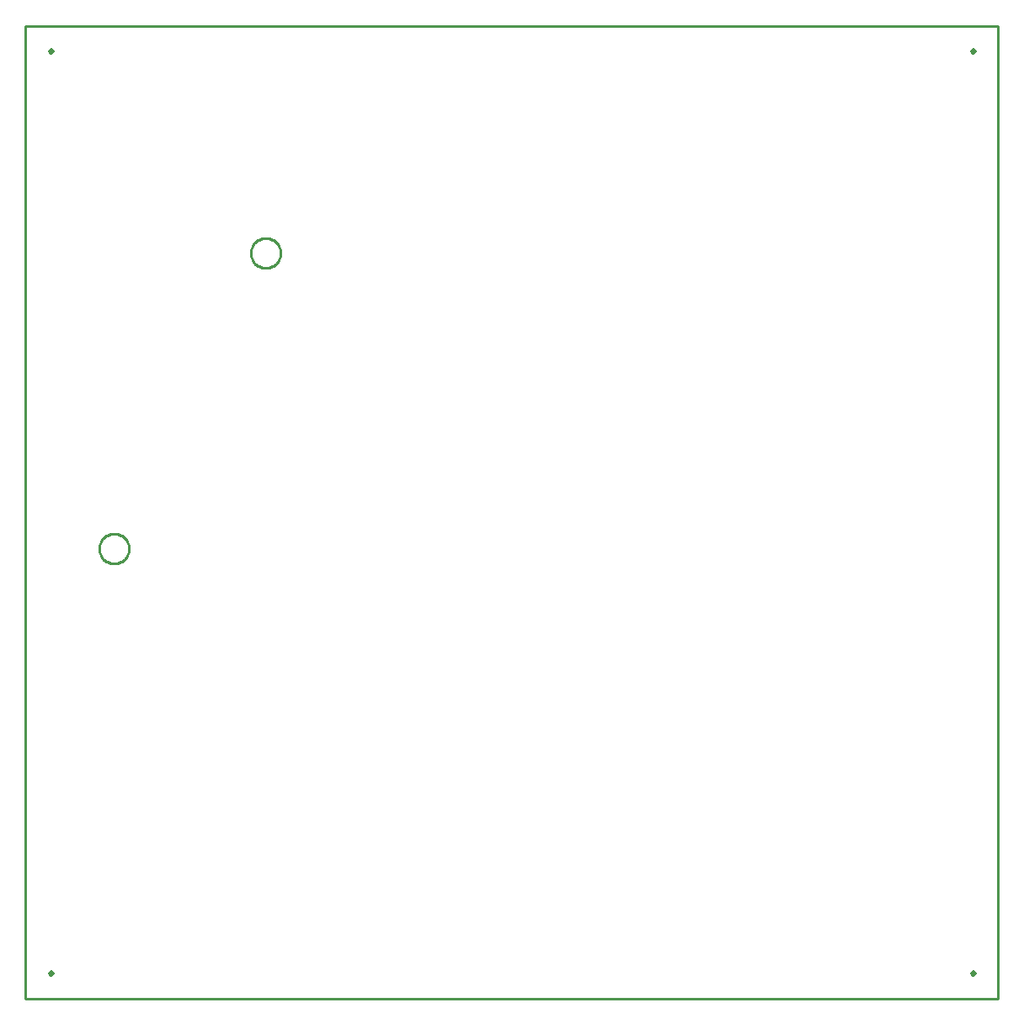
<source format=gbr>
G04 EAGLE Gerber RS-274X export*
G75*
%MOMM*%
%FSLAX34Y34*%
%LPD*%
%IN*%
%IPPOS*%
%AMOC8*
5,1,8,0,0,1.08239X$1,22.5*%
G01*
%ADD10C,0.254000*%


D10*
X0Y-12700D02*
X977900Y-12700D01*
X977900Y965200D01*
X0Y965200D01*
X0Y-12700D01*
X27150Y12528D02*
X27083Y12190D01*
X26951Y11871D01*
X26759Y11584D01*
X26516Y11341D01*
X26229Y11149D01*
X25910Y11017D01*
X25572Y10950D01*
X25228Y10950D01*
X24890Y11017D01*
X24571Y11149D01*
X24284Y11341D01*
X24041Y11584D01*
X23849Y11871D01*
X23717Y12190D01*
X23650Y12528D01*
X23650Y12872D01*
X23717Y13210D01*
X23849Y13529D01*
X24041Y13816D01*
X24284Y14059D01*
X24571Y14251D01*
X24890Y14383D01*
X25228Y14450D01*
X25572Y14450D01*
X25910Y14383D01*
X26229Y14251D01*
X26516Y14059D01*
X26759Y13816D01*
X26951Y13529D01*
X27083Y13210D01*
X27150Y12872D01*
X27150Y12528D01*
X954250Y12528D02*
X954183Y12190D01*
X954051Y11871D01*
X953859Y11584D01*
X953616Y11341D01*
X953329Y11149D01*
X953010Y11017D01*
X952672Y10950D01*
X952328Y10950D01*
X951990Y11017D01*
X951671Y11149D01*
X951384Y11341D01*
X951141Y11584D01*
X950949Y11871D01*
X950817Y12190D01*
X950750Y12528D01*
X950750Y12872D01*
X950817Y13210D01*
X950949Y13529D01*
X951141Y13816D01*
X951384Y14059D01*
X951671Y14251D01*
X951990Y14383D01*
X952328Y14450D01*
X952672Y14450D01*
X953010Y14383D01*
X953329Y14251D01*
X953616Y14059D01*
X953859Y13816D01*
X954051Y13529D01*
X954183Y13210D01*
X954250Y12872D01*
X954250Y12528D01*
X954250Y939628D02*
X954183Y939290D01*
X954051Y938971D01*
X953859Y938684D01*
X953616Y938441D01*
X953329Y938249D01*
X953010Y938117D01*
X952672Y938050D01*
X952328Y938050D01*
X951990Y938117D01*
X951671Y938249D01*
X951384Y938441D01*
X951141Y938684D01*
X950949Y938971D01*
X950817Y939290D01*
X950750Y939628D01*
X950750Y939972D01*
X950817Y940310D01*
X950949Y940629D01*
X951141Y940916D01*
X951384Y941159D01*
X951671Y941351D01*
X951990Y941483D01*
X952328Y941550D01*
X952672Y941550D01*
X953010Y941483D01*
X953329Y941351D01*
X953616Y941159D01*
X953859Y940916D01*
X954051Y940629D01*
X954183Y940310D01*
X954250Y939972D01*
X954250Y939628D01*
X27150Y939628D02*
X27083Y939290D01*
X26951Y938971D01*
X26759Y938684D01*
X26516Y938441D01*
X26229Y938249D01*
X25910Y938117D01*
X25572Y938050D01*
X25228Y938050D01*
X24890Y938117D01*
X24571Y938249D01*
X24284Y938441D01*
X24041Y938684D01*
X23849Y938971D01*
X23717Y939290D01*
X23650Y939628D01*
X23650Y939972D01*
X23717Y940310D01*
X23849Y940629D01*
X24041Y940916D01*
X24284Y941159D01*
X24571Y941351D01*
X24890Y941483D01*
X25228Y941550D01*
X25572Y941550D01*
X25910Y941483D01*
X26229Y941351D01*
X26516Y941159D01*
X26759Y940916D01*
X26951Y940629D01*
X27083Y940310D01*
X27150Y939972D01*
X27150Y939628D01*
X89436Y454420D02*
X90504Y454344D01*
X91565Y454191D01*
X92612Y453963D01*
X93640Y453661D01*
X94644Y453287D01*
X95619Y452842D01*
X96559Y452328D01*
X97460Y451749D01*
X98318Y451107D01*
X99128Y450405D01*
X99885Y449648D01*
X100587Y448838D01*
X101229Y447980D01*
X101808Y447079D01*
X102322Y446139D01*
X102767Y445164D01*
X103141Y444160D01*
X103443Y443132D01*
X103671Y442085D01*
X103824Y441024D01*
X103900Y439956D01*
X103900Y438884D01*
X103824Y437816D01*
X103671Y436755D01*
X103443Y435708D01*
X103141Y434680D01*
X102767Y433676D01*
X102322Y432701D01*
X101808Y431761D01*
X101229Y430860D01*
X100587Y430002D01*
X99885Y429192D01*
X99128Y428435D01*
X98318Y427733D01*
X97460Y427091D01*
X96559Y426512D01*
X95619Y425998D01*
X94644Y425553D01*
X93640Y425179D01*
X92612Y424877D01*
X91565Y424649D01*
X90504Y424496D01*
X89436Y424420D01*
X88364Y424420D01*
X87296Y424496D01*
X86235Y424649D01*
X85188Y424877D01*
X84160Y425179D01*
X83156Y425553D01*
X82181Y425998D01*
X81241Y426512D01*
X80340Y427091D01*
X79482Y427733D01*
X78672Y428435D01*
X77915Y429192D01*
X77213Y430002D01*
X76571Y430860D01*
X75992Y431761D01*
X75478Y432701D01*
X75033Y433676D01*
X74659Y434680D01*
X74357Y435708D01*
X74129Y436755D01*
X73976Y437816D01*
X73900Y438884D01*
X73900Y439956D01*
X73976Y441024D01*
X74129Y442085D01*
X74357Y443132D01*
X74659Y444160D01*
X75033Y445164D01*
X75478Y446139D01*
X75992Y447079D01*
X76571Y447980D01*
X77213Y448838D01*
X77915Y449648D01*
X78672Y450405D01*
X79482Y451107D01*
X80340Y451749D01*
X81241Y452328D01*
X82181Y452842D01*
X83156Y453287D01*
X84160Y453661D01*
X85188Y453963D01*
X86235Y454191D01*
X87296Y454344D01*
X88364Y454420D01*
X89436Y454420D01*
X241836Y751600D02*
X242904Y751524D01*
X243965Y751371D01*
X245012Y751143D01*
X246040Y750841D01*
X247044Y750467D01*
X248019Y750022D01*
X248959Y749508D01*
X249860Y748929D01*
X250718Y748287D01*
X251528Y747585D01*
X252285Y746828D01*
X252987Y746018D01*
X253629Y745160D01*
X254208Y744259D01*
X254722Y743319D01*
X255167Y742344D01*
X255541Y741340D01*
X255843Y740312D01*
X256071Y739265D01*
X256224Y738204D01*
X256300Y737136D01*
X256300Y736064D01*
X256224Y734996D01*
X256071Y733935D01*
X255843Y732888D01*
X255541Y731860D01*
X255167Y730856D01*
X254722Y729881D01*
X254208Y728941D01*
X253629Y728040D01*
X252987Y727182D01*
X252285Y726372D01*
X251528Y725615D01*
X250718Y724913D01*
X249860Y724271D01*
X248959Y723692D01*
X248019Y723178D01*
X247044Y722733D01*
X246040Y722359D01*
X245012Y722057D01*
X243965Y721829D01*
X242904Y721676D01*
X241836Y721600D01*
X240764Y721600D01*
X239696Y721676D01*
X238635Y721829D01*
X237588Y722057D01*
X236560Y722359D01*
X235556Y722733D01*
X234581Y723178D01*
X233641Y723692D01*
X232740Y724271D01*
X231882Y724913D01*
X231072Y725615D01*
X230315Y726372D01*
X229613Y727182D01*
X228971Y728040D01*
X228392Y728941D01*
X227878Y729881D01*
X227433Y730856D01*
X227059Y731860D01*
X226757Y732888D01*
X226529Y733935D01*
X226376Y734996D01*
X226300Y736064D01*
X226300Y737136D01*
X226376Y738204D01*
X226529Y739265D01*
X226757Y740312D01*
X227059Y741340D01*
X227433Y742344D01*
X227878Y743319D01*
X228392Y744259D01*
X228971Y745160D01*
X229613Y746018D01*
X230315Y746828D01*
X231072Y747585D01*
X231882Y748287D01*
X232740Y748929D01*
X233641Y749508D01*
X234581Y750022D01*
X235556Y750467D01*
X236560Y750841D01*
X237588Y751143D01*
X238635Y751371D01*
X239696Y751524D01*
X240764Y751600D01*
X241836Y751600D01*
M02*

</source>
